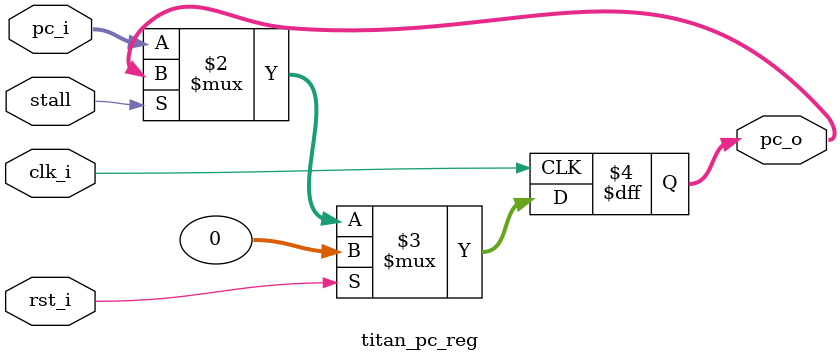
<source format=v>

module titan_pc_reg #(
		parameter [31:0] RESET_ADDR=32'h0000_0000
		)(
		input 			clk_i,
		input 			rst_i,
		input 			stall,
		input 		[31:0] 	pc_i,
	        output reg 	[31:0] 	pc_o); 

	always @(posedge clk_i) begin
		pc_o <= ((rst_i)? (RESET_ADDR):((stall)? pc_o: pc_i));
	end	
endmodule 

</source>
